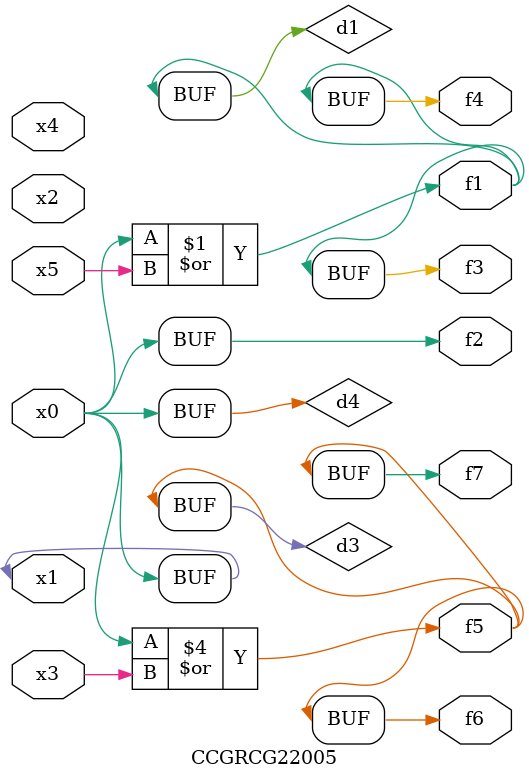
<source format=v>
module CCGRCG22005(
	input x0, x1, x2, x3, x4, x5,
	output f1, f2, f3, f4, f5, f6, f7
);

	wire d1, d2, d3, d4;

	or (d1, x0, x5);
	xnor (d2, x1, x4);
	or (d3, x0, x3);
	buf (d4, x0, x1);
	assign f1 = d1;
	assign f2 = d4;
	assign f3 = d1;
	assign f4 = d1;
	assign f5 = d3;
	assign f6 = d3;
	assign f7 = d3;
endmodule

</source>
